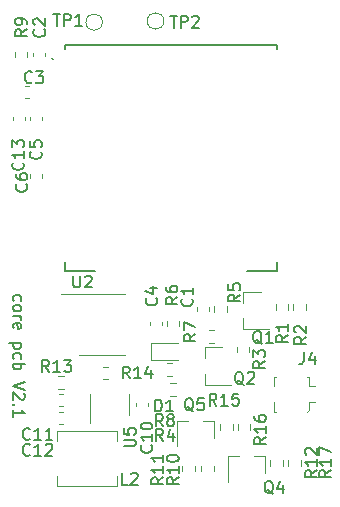
<source format=gbr>
%TF.GenerationSoftware,KiCad,Pcbnew,8.0.1*%
%TF.CreationDate,2024-04-03T20:26:05-05:00*%
%TF.ProjectId,meshtastic-diy,6d657368-7461-4737-9469-632d6469792e,2.1*%
%TF.SameCoordinates,Original*%
%TF.FileFunction,Legend,Top*%
%TF.FilePolarity,Positive*%
%FSLAX46Y46*%
G04 Gerber Fmt 4.6, Leading zero omitted, Abs format (unit mm)*
G04 Created by KiCad (PCBNEW 8.0.1) date 2024-04-03 20:26:05*
%MOMM*%
%LPD*%
G01*
G04 APERTURE LIST*
%ADD10C,0.200000*%
%ADD11C,0.150000*%
%ADD12C,0.120000*%
%ADD13C,0.100000*%
G04 APERTURE END LIST*
D10*
X143295400Y-106683332D02*
X143247780Y-106588094D01*
X143247780Y-106588094D02*
X143247780Y-106397618D01*
X143247780Y-106397618D02*
X143295400Y-106302380D01*
X143295400Y-106302380D02*
X143343019Y-106254761D01*
X143343019Y-106254761D02*
X143438257Y-106207142D01*
X143438257Y-106207142D02*
X143723971Y-106207142D01*
X143723971Y-106207142D02*
X143819209Y-106254761D01*
X143819209Y-106254761D02*
X143866828Y-106302380D01*
X143866828Y-106302380D02*
X143914447Y-106397618D01*
X143914447Y-106397618D02*
X143914447Y-106588094D01*
X143914447Y-106588094D02*
X143866828Y-106683332D01*
X143247780Y-107254761D02*
X143295400Y-107159523D01*
X143295400Y-107159523D02*
X143343019Y-107111904D01*
X143343019Y-107111904D02*
X143438257Y-107064285D01*
X143438257Y-107064285D02*
X143723971Y-107064285D01*
X143723971Y-107064285D02*
X143819209Y-107111904D01*
X143819209Y-107111904D02*
X143866828Y-107159523D01*
X143866828Y-107159523D02*
X143914447Y-107254761D01*
X143914447Y-107254761D02*
X143914447Y-107397618D01*
X143914447Y-107397618D02*
X143866828Y-107492856D01*
X143866828Y-107492856D02*
X143819209Y-107540475D01*
X143819209Y-107540475D02*
X143723971Y-107588094D01*
X143723971Y-107588094D02*
X143438257Y-107588094D01*
X143438257Y-107588094D02*
X143343019Y-107540475D01*
X143343019Y-107540475D02*
X143295400Y-107492856D01*
X143295400Y-107492856D02*
X143247780Y-107397618D01*
X143247780Y-107397618D02*
X143247780Y-107254761D01*
X143247780Y-108016666D02*
X143914447Y-108016666D01*
X143723971Y-108016666D02*
X143819209Y-108064285D01*
X143819209Y-108064285D02*
X143866828Y-108111904D01*
X143866828Y-108111904D02*
X143914447Y-108207142D01*
X143914447Y-108207142D02*
X143914447Y-108302380D01*
X143295400Y-109016666D02*
X143247780Y-108921428D01*
X143247780Y-108921428D02*
X143247780Y-108730952D01*
X143247780Y-108730952D02*
X143295400Y-108635714D01*
X143295400Y-108635714D02*
X143390638Y-108588095D01*
X143390638Y-108588095D02*
X143771590Y-108588095D01*
X143771590Y-108588095D02*
X143866828Y-108635714D01*
X143866828Y-108635714D02*
X143914447Y-108730952D01*
X143914447Y-108730952D02*
X143914447Y-108921428D01*
X143914447Y-108921428D02*
X143866828Y-109016666D01*
X143866828Y-109016666D02*
X143771590Y-109064285D01*
X143771590Y-109064285D02*
X143676352Y-109064285D01*
X143676352Y-109064285D02*
X143581114Y-108588095D01*
X143914447Y-110254762D02*
X142914447Y-110254762D01*
X143866828Y-110254762D02*
X143914447Y-110350000D01*
X143914447Y-110350000D02*
X143914447Y-110540476D01*
X143914447Y-110540476D02*
X143866828Y-110635714D01*
X143866828Y-110635714D02*
X143819209Y-110683333D01*
X143819209Y-110683333D02*
X143723971Y-110730952D01*
X143723971Y-110730952D02*
X143438257Y-110730952D01*
X143438257Y-110730952D02*
X143343019Y-110683333D01*
X143343019Y-110683333D02*
X143295400Y-110635714D01*
X143295400Y-110635714D02*
X143247780Y-110540476D01*
X143247780Y-110540476D02*
X143247780Y-110350000D01*
X143247780Y-110350000D02*
X143295400Y-110254762D01*
X143295400Y-111588095D02*
X143247780Y-111492857D01*
X143247780Y-111492857D02*
X143247780Y-111302381D01*
X143247780Y-111302381D02*
X143295400Y-111207143D01*
X143295400Y-111207143D02*
X143343019Y-111159524D01*
X143343019Y-111159524D02*
X143438257Y-111111905D01*
X143438257Y-111111905D02*
X143723971Y-111111905D01*
X143723971Y-111111905D02*
X143819209Y-111159524D01*
X143819209Y-111159524D02*
X143866828Y-111207143D01*
X143866828Y-111207143D02*
X143914447Y-111302381D01*
X143914447Y-111302381D02*
X143914447Y-111492857D01*
X143914447Y-111492857D02*
X143866828Y-111588095D01*
X143247780Y-112016667D02*
X144247780Y-112016667D01*
X143866828Y-112016667D02*
X143914447Y-112111905D01*
X143914447Y-112111905D02*
X143914447Y-112302381D01*
X143914447Y-112302381D02*
X143866828Y-112397619D01*
X143866828Y-112397619D02*
X143819209Y-112445238D01*
X143819209Y-112445238D02*
X143723971Y-112492857D01*
X143723971Y-112492857D02*
X143438257Y-112492857D01*
X143438257Y-112492857D02*
X143343019Y-112445238D01*
X143343019Y-112445238D02*
X143295400Y-112397619D01*
X143295400Y-112397619D02*
X143247780Y-112302381D01*
X143247780Y-112302381D02*
X143247780Y-112111905D01*
X143247780Y-112111905D02*
X143295400Y-112016667D01*
X144247780Y-113540477D02*
X143247780Y-113873810D01*
X143247780Y-113873810D02*
X144247780Y-114207143D01*
X144152542Y-114492858D02*
X144200161Y-114540477D01*
X144200161Y-114540477D02*
X144247780Y-114635715D01*
X144247780Y-114635715D02*
X144247780Y-114873810D01*
X144247780Y-114873810D02*
X144200161Y-114969048D01*
X144200161Y-114969048D02*
X144152542Y-115016667D01*
X144152542Y-115016667D02*
X144057304Y-115064286D01*
X144057304Y-115064286D02*
X143962066Y-115064286D01*
X143962066Y-115064286D02*
X143819209Y-115016667D01*
X143819209Y-115016667D02*
X143247780Y-114445239D01*
X143247780Y-114445239D02*
X143247780Y-115064286D01*
X143343019Y-115492858D02*
X143295400Y-115540477D01*
X143295400Y-115540477D02*
X143247780Y-115492858D01*
X143247780Y-115492858D02*
X143295400Y-115445239D01*
X143295400Y-115445239D02*
X143343019Y-115492858D01*
X143343019Y-115492858D02*
X143247780Y-115492858D01*
X143247780Y-116492857D02*
X143247780Y-115921429D01*
X143247780Y-116207143D02*
X144247780Y-116207143D01*
X144247780Y-116207143D02*
X144104923Y-116111905D01*
X144104923Y-116111905D02*
X144009685Y-116016667D01*
X144009685Y-116016667D02*
X143962066Y-115921429D01*
D11*
X164304761Y-110350057D02*
X164209523Y-110302438D01*
X164209523Y-110302438D02*
X164114285Y-110207200D01*
X164114285Y-110207200D02*
X163971428Y-110064342D01*
X163971428Y-110064342D02*
X163876190Y-110016723D01*
X163876190Y-110016723D02*
X163780952Y-110016723D01*
X163828571Y-110254819D02*
X163733333Y-110207200D01*
X163733333Y-110207200D02*
X163638095Y-110111961D01*
X163638095Y-110111961D02*
X163590476Y-109921485D01*
X163590476Y-109921485D02*
X163590476Y-109588152D01*
X163590476Y-109588152D02*
X163638095Y-109397676D01*
X163638095Y-109397676D02*
X163733333Y-109302438D01*
X163733333Y-109302438D02*
X163828571Y-109254819D01*
X163828571Y-109254819D02*
X164019047Y-109254819D01*
X164019047Y-109254819D02*
X164114285Y-109302438D01*
X164114285Y-109302438D02*
X164209523Y-109397676D01*
X164209523Y-109397676D02*
X164257142Y-109588152D01*
X164257142Y-109588152D02*
X164257142Y-109921485D01*
X164257142Y-109921485D02*
X164209523Y-110111961D01*
X164209523Y-110111961D02*
X164114285Y-110207200D01*
X164114285Y-110207200D02*
X164019047Y-110254819D01*
X164019047Y-110254819D02*
X163828571Y-110254819D01*
X165209523Y-110254819D02*
X164638095Y-110254819D01*
X164923809Y-110254819D02*
X164923809Y-109254819D01*
X164923809Y-109254819D02*
X164828571Y-109397676D01*
X164828571Y-109397676D02*
X164733333Y-109492914D01*
X164733333Y-109492914D02*
X164638095Y-109540533D01*
X166504819Y-109591666D02*
X166028628Y-109924999D01*
X166504819Y-110163094D02*
X165504819Y-110163094D01*
X165504819Y-110163094D02*
X165504819Y-109782142D01*
X165504819Y-109782142D02*
X165552438Y-109686904D01*
X165552438Y-109686904D02*
X165600057Y-109639285D01*
X165600057Y-109639285D02*
X165695295Y-109591666D01*
X165695295Y-109591666D02*
X165838152Y-109591666D01*
X165838152Y-109591666D02*
X165933390Y-109639285D01*
X165933390Y-109639285D02*
X165981009Y-109686904D01*
X165981009Y-109686904D02*
X166028628Y-109782142D01*
X166028628Y-109782142D02*
X166028628Y-110163094D01*
X166504819Y-108639285D02*
X166504819Y-109210713D01*
X166504819Y-108924999D02*
X165504819Y-108924999D01*
X165504819Y-108924999D02*
X165647676Y-109020237D01*
X165647676Y-109020237D02*
X165742914Y-109115475D01*
X165742914Y-109115475D02*
X165790533Y-109210713D01*
X148338095Y-104554819D02*
X148338095Y-105364342D01*
X148338095Y-105364342D02*
X148385714Y-105459580D01*
X148385714Y-105459580D02*
X148433333Y-105507200D01*
X148433333Y-105507200D02*
X148528571Y-105554819D01*
X148528571Y-105554819D02*
X148719047Y-105554819D01*
X148719047Y-105554819D02*
X148814285Y-105507200D01*
X148814285Y-105507200D02*
X148861904Y-105459580D01*
X148861904Y-105459580D02*
X148909523Y-105364342D01*
X148909523Y-105364342D02*
X148909523Y-104554819D01*
X149338095Y-104650057D02*
X149385714Y-104602438D01*
X149385714Y-104602438D02*
X149480952Y-104554819D01*
X149480952Y-104554819D02*
X149719047Y-104554819D01*
X149719047Y-104554819D02*
X149814285Y-104602438D01*
X149814285Y-104602438D02*
X149861904Y-104650057D01*
X149861904Y-104650057D02*
X149909523Y-104745295D01*
X149909523Y-104745295D02*
X149909523Y-104840533D01*
X149909523Y-104840533D02*
X149861904Y-104983390D01*
X149861904Y-104983390D02*
X149290476Y-105554819D01*
X149290476Y-105554819D02*
X149909523Y-105554819D01*
X155359580Y-106466666D02*
X155407200Y-106514285D01*
X155407200Y-106514285D02*
X155454819Y-106657142D01*
X155454819Y-106657142D02*
X155454819Y-106752380D01*
X155454819Y-106752380D02*
X155407200Y-106895237D01*
X155407200Y-106895237D02*
X155311961Y-106990475D01*
X155311961Y-106990475D02*
X155216723Y-107038094D01*
X155216723Y-107038094D02*
X155026247Y-107085713D01*
X155026247Y-107085713D02*
X154883390Y-107085713D01*
X154883390Y-107085713D02*
X154692914Y-107038094D01*
X154692914Y-107038094D02*
X154597676Y-106990475D01*
X154597676Y-106990475D02*
X154502438Y-106895237D01*
X154502438Y-106895237D02*
X154454819Y-106752380D01*
X154454819Y-106752380D02*
X154454819Y-106657142D01*
X154454819Y-106657142D02*
X154502438Y-106514285D01*
X154502438Y-106514285D02*
X154550057Y-106466666D01*
X154788152Y-105609523D02*
X155454819Y-105609523D01*
X154407200Y-105847618D02*
X155121485Y-106085713D01*
X155121485Y-106085713D02*
X155121485Y-105466666D01*
X152933333Y-122254819D02*
X152457143Y-122254819D01*
X152457143Y-122254819D02*
X152457143Y-121254819D01*
X153219048Y-121350057D02*
X153266667Y-121302438D01*
X153266667Y-121302438D02*
X153361905Y-121254819D01*
X153361905Y-121254819D02*
X153600000Y-121254819D01*
X153600000Y-121254819D02*
X153695238Y-121302438D01*
X153695238Y-121302438D02*
X153742857Y-121350057D01*
X153742857Y-121350057D02*
X153790476Y-121445295D01*
X153790476Y-121445295D02*
X153790476Y-121540533D01*
X153790476Y-121540533D02*
X153742857Y-121683390D01*
X153742857Y-121683390D02*
X153171429Y-122254819D01*
X153171429Y-122254819D02*
X153790476Y-122254819D01*
X145559580Y-94066666D02*
X145607200Y-94114285D01*
X145607200Y-94114285D02*
X145654819Y-94257142D01*
X145654819Y-94257142D02*
X145654819Y-94352380D01*
X145654819Y-94352380D02*
X145607200Y-94495237D01*
X145607200Y-94495237D02*
X145511961Y-94590475D01*
X145511961Y-94590475D02*
X145416723Y-94638094D01*
X145416723Y-94638094D02*
X145226247Y-94685713D01*
X145226247Y-94685713D02*
X145083390Y-94685713D01*
X145083390Y-94685713D02*
X144892914Y-94638094D01*
X144892914Y-94638094D02*
X144797676Y-94590475D01*
X144797676Y-94590475D02*
X144702438Y-94495237D01*
X144702438Y-94495237D02*
X144654819Y-94352380D01*
X144654819Y-94352380D02*
X144654819Y-94257142D01*
X144654819Y-94257142D02*
X144702438Y-94114285D01*
X144702438Y-94114285D02*
X144750057Y-94066666D01*
X144654819Y-93161904D02*
X144654819Y-93638094D01*
X144654819Y-93638094D02*
X145131009Y-93685713D01*
X145131009Y-93685713D02*
X145083390Y-93638094D01*
X145083390Y-93638094D02*
X145035771Y-93542856D01*
X145035771Y-93542856D02*
X145035771Y-93304761D01*
X145035771Y-93304761D02*
X145083390Y-93209523D01*
X145083390Y-93209523D02*
X145131009Y-93161904D01*
X145131009Y-93161904D02*
X145226247Y-93114285D01*
X145226247Y-93114285D02*
X145464342Y-93114285D01*
X145464342Y-93114285D02*
X145559580Y-93161904D01*
X145559580Y-93161904D02*
X145607200Y-93209523D01*
X145607200Y-93209523D02*
X145654819Y-93304761D01*
X145654819Y-93304761D02*
X145654819Y-93542856D01*
X145654819Y-93542856D02*
X145607200Y-93638094D01*
X145607200Y-93638094D02*
X145559580Y-93685713D01*
X162754761Y-113800057D02*
X162659523Y-113752438D01*
X162659523Y-113752438D02*
X162564285Y-113657200D01*
X162564285Y-113657200D02*
X162421428Y-113514342D01*
X162421428Y-113514342D02*
X162326190Y-113466723D01*
X162326190Y-113466723D02*
X162230952Y-113466723D01*
X162278571Y-113704819D02*
X162183333Y-113657200D01*
X162183333Y-113657200D02*
X162088095Y-113561961D01*
X162088095Y-113561961D02*
X162040476Y-113371485D01*
X162040476Y-113371485D02*
X162040476Y-113038152D01*
X162040476Y-113038152D02*
X162088095Y-112847676D01*
X162088095Y-112847676D02*
X162183333Y-112752438D01*
X162183333Y-112752438D02*
X162278571Y-112704819D01*
X162278571Y-112704819D02*
X162469047Y-112704819D01*
X162469047Y-112704819D02*
X162564285Y-112752438D01*
X162564285Y-112752438D02*
X162659523Y-112847676D01*
X162659523Y-112847676D02*
X162707142Y-113038152D01*
X162707142Y-113038152D02*
X162707142Y-113371485D01*
X162707142Y-113371485D02*
X162659523Y-113561961D01*
X162659523Y-113561961D02*
X162564285Y-113657200D01*
X162564285Y-113657200D02*
X162469047Y-113704819D01*
X162469047Y-113704819D02*
X162278571Y-113704819D01*
X163088095Y-112800057D02*
X163135714Y-112752438D01*
X163135714Y-112752438D02*
X163230952Y-112704819D01*
X163230952Y-112704819D02*
X163469047Y-112704819D01*
X163469047Y-112704819D02*
X163564285Y-112752438D01*
X163564285Y-112752438D02*
X163611904Y-112800057D01*
X163611904Y-112800057D02*
X163659523Y-112895295D01*
X163659523Y-112895295D02*
X163659523Y-112990533D01*
X163659523Y-112990533D02*
X163611904Y-113133390D01*
X163611904Y-113133390D02*
X163040476Y-113704819D01*
X163040476Y-113704819D02*
X163659523Y-113704819D01*
X164554819Y-111816666D02*
X164078628Y-112149999D01*
X164554819Y-112388094D02*
X163554819Y-112388094D01*
X163554819Y-112388094D02*
X163554819Y-112007142D01*
X163554819Y-112007142D02*
X163602438Y-111911904D01*
X163602438Y-111911904D02*
X163650057Y-111864285D01*
X163650057Y-111864285D02*
X163745295Y-111816666D01*
X163745295Y-111816666D02*
X163888152Y-111816666D01*
X163888152Y-111816666D02*
X163983390Y-111864285D01*
X163983390Y-111864285D02*
X164031009Y-111911904D01*
X164031009Y-111911904D02*
X164078628Y-112007142D01*
X164078628Y-112007142D02*
X164078628Y-112388094D01*
X163554819Y-111483332D02*
X163554819Y-110864285D01*
X163554819Y-110864285D02*
X163935771Y-111197618D01*
X163935771Y-111197618D02*
X163935771Y-111054761D01*
X163935771Y-111054761D02*
X163983390Y-110959523D01*
X163983390Y-110959523D02*
X164031009Y-110911904D01*
X164031009Y-110911904D02*
X164126247Y-110864285D01*
X164126247Y-110864285D02*
X164364342Y-110864285D01*
X164364342Y-110864285D02*
X164459580Y-110911904D01*
X164459580Y-110911904D02*
X164507200Y-110959523D01*
X164507200Y-110959523D02*
X164554819Y-111054761D01*
X164554819Y-111054761D02*
X164554819Y-111340475D01*
X164554819Y-111340475D02*
X164507200Y-111435713D01*
X164507200Y-111435713D02*
X164459580Y-111483332D01*
X157154819Y-106366666D02*
X156678628Y-106699999D01*
X157154819Y-106938094D02*
X156154819Y-106938094D01*
X156154819Y-106938094D02*
X156154819Y-106557142D01*
X156154819Y-106557142D02*
X156202438Y-106461904D01*
X156202438Y-106461904D02*
X156250057Y-106414285D01*
X156250057Y-106414285D02*
X156345295Y-106366666D01*
X156345295Y-106366666D02*
X156488152Y-106366666D01*
X156488152Y-106366666D02*
X156583390Y-106414285D01*
X156583390Y-106414285D02*
X156631009Y-106461904D01*
X156631009Y-106461904D02*
X156678628Y-106557142D01*
X156678628Y-106557142D02*
X156678628Y-106938094D01*
X156154819Y-105509523D02*
X156154819Y-105699999D01*
X156154819Y-105699999D02*
X156202438Y-105795237D01*
X156202438Y-105795237D02*
X156250057Y-105842856D01*
X156250057Y-105842856D02*
X156392914Y-105938094D01*
X156392914Y-105938094D02*
X156583390Y-105985713D01*
X156583390Y-105985713D02*
X156964342Y-105985713D01*
X156964342Y-105985713D02*
X157059580Y-105938094D01*
X157059580Y-105938094D02*
X157107200Y-105890475D01*
X157107200Y-105890475D02*
X157154819Y-105795237D01*
X157154819Y-105795237D02*
X157154819Y-105604761D01*
X157154819Y-105604761D02*
X157107200Y-105509523D01*
X157107200Y-105509523D02*
X157059580Y-105461904D01*
X157059580Y-105461904D02*
X156964342Y-105414285D01*
X156964342Y-105414285D02*
X156726247Y-105414285D01*
X156726247Y-105414285D02*
X156631009Y-105461904D01*
X156631009Y-105461904D02*
X156583390Y-105509523D01*
X156583390Y-105509523D02*
X156535771Y-105604761D01*
X156535771Y-105604761D02*
X156535771Y-105795237D01*
X156535771Y-105795237D02*
X156583390Y-105890475D01*
X156583390Y-105890475D02*
X156631009Y-105938094D01*
X156631009Y-105938094D02*
X156726247Y-105985713D01*
X168054819Y-109741666D02*
X167578628Y-110074999D01*
X168054819Y-110313094D02*
X167054819Y-110313094D01*
X167054819Y-110313094D02*
X167054819Y-109932142D01*
X167054819Y-109932142D02*
X167102438Y-109836904D01*
X167102438Y-109836904D02*
X167150057Y-109789285D01*
X167150057Y-109789285D02*
X167245295Y-109741666D01*
X167245295Y-109741666D02*
X167388152Y-109741666D01*
X167388152Y-109741666D02*
X167483390Y-109789285D01*
X167483390Y-109789285D02*
X167531009Y-109836904D01*
X167531009Y-109836904D02*
X167578628Y-109932142D01*
X167578628Y-109932142D02*
X167578628Y-110313094D01*
X167150057Y-109360713D02*
X167102438Y-109313094D01*
X167102438Y-109313094D02*
X167054819Y-109217856D01*
X167054819Y-109217856D02*
X167054819Y-108979761D01*
X167054819Y-108979761D02*
X167102438Y-108884523D01*
X167102438Y-108884523D02*
X167150057Y-108836904D01*
X167150057Y-108836904D02*
X167245295Y-108789285D01*
X167245295Y-108789285D02*
X167340533Y-108789285D01*
X167340533Y-108789285D02*
X167483390Y-108836904D01*
X167483390Y-108836904D02*
X168054819Y-109408332D01*
X168054819Y-109408332D02*
X168054819Y-108789285D01*
X155261905Y-116054819D02*
X155261905Y-115054819D01*
X155261905Y-115054819D02*
X155500000Y-115054819D01*
X155500000Y-115054819D02*
X155642857Y-115102438D01*
X155642857Y-115102438D02*
X155738095Y-115197676D01*
X155738095Y-115197676D02*
X155785714Y-115292914D01*
X155785714Y-115292914D02*
X155833333Y-115483390D01*
X155833333Y-115483390D02*
X155833333Y-115626247D01*
X155833333Y-115626247D02*
X155785714Y-115816723D01*
X155785714Y-115816723D02*
X155738095Y-115911961D01*
X155738095Y-115911961D02*
X155642857Y-116007200D01*
X155642857Y-116007200D02*
X155500000Y-116054819D01*
X155500000Y-116054819D02*
X155261905Y-116054819D01*
X156785714Y-116054819D02*
X156214286Y-116054819D01*
X156500000Y-116054819D02*
X156500000Y-115054819D01*
X156500000Y-115054819D02*
X156404762Y-115197676D01*
X156404762Y-115197676D02*
X156309524Y-115292914D01*
X156309524Y-115292914D02*
X156214286Y-115340533D01*
X153107142Y-113254819D02*
X152773809Y-112778628D01*
X152535714Y-113254819D02*
X152535714Y-112254819D01*
X152535714Y-112254819D02*
X152916666Y-112254819D01*
X152916666Y-112254819D02*
X153011904Y-112302438D01*
X153011904Y-112302438D02*
X153059523Y-112350057D01*
X153059523Y-112350057D02*
X153107142Y-112445295D01*
X153107142Y-112445295D02*
X153107142Y-112588152D01*
X153107142Y-112588152D02*
X153059523Y-112683390D01*
X153059523Y-112683390D02*
X153011904Y-112731009D01*
X153011904Y-112731009D02*
X152916666Y-112778628D01*
X152916666Y-112778628D02*
X152535714Y-112778628D01*
X154059523Y-113254819D02*
X153488095Y-113254819D01*
X153773809Y-113254819D02*
X153773809Y-112254819D01*
X153773809Y-112254819D02*
X153678571Y-112397676D01*
X153678571Y-112397676D02*
X153583333Y-112492914D01*
X153583333Y-112492914D02*
X153488095Y-112540533D01*
X154916666Y-112588152D02*
X154916666Y-113254819D01*
X154678571Y-112207200D02*
X154440476Y-112921485D01*
X154440476Y-112921485D02*
X155059523Y-112921485D01*
X155908333Y-117304819D02*
X155575000Y-116828628D01*
X155336905Y-117304819D02*
X155336905Y-116304819D01*
X155336905Y-116304819D02*
X155717857Y-116304819D01*
X155717857Y-116304819D02*
X155813095Y-116352438D01*
X155813095Y-116352438D02*
X155860714Y-116400057D01*
X155860714Y-116400057D02*
X155908333Y-116495295D01*
X155908333Y-116495295D02*
X155908333Y-116638152D01*
X155908333Y-116638152D02*
X155860714Y-116733390D01*
X155860714Y-116733390D02*
X155813095Y-116781009D01*
X155813095Y-116781009D02*
X155717857Y-116828628D01*
X155717857Y-116828628D02*
X155336905Y-116828628D01*
X156479762Y-116733390D02*
X156384524Y-116685771D01*
X156384524Y-116685771D02*
X156336905Y-116638152D01*
X156336905Y-116638152D02*
X156289286Y-116542914D01*
X156289286Y-116542914D02*
X156289286Y-116495295D01*
X156289286Y-116495295D02*
X156336905Y-116400057D01*
X156336905Y-116400057D02*
X156384524Y-116352438D01*
X156384524Y-116352438D02*
X156479762Y-116304819D01*
X156479762Y-116304819D02*
X156670238Y-116304819D01*
X156670238Y-116304819D02*
X156765476Y-116352438D01*
X156765476Y-116352438D02*
X156813095Y-116400057D01*
X156813095Y-116400057D02*
X156860714Y-116495295D01*
X156860714Y-116495295D02*
X156860714Y-116542914D01*
X156860714Y-116542914D02*
X156813095Y-116638152D01*
X156813095Y-116638152D02*
X156765476Y-116685771D01*
X156765476Y-116685771D02*
X156670238Y-116733390D01*
X156670238Y-116733390D02*
X156479762Y-116733390D01*
X156479762Y-116733390D02*
X156384524Y-116781009D01*
X156384524Y-116781009D02*
X156336905Y-116828628D01*
X156336905Y-116828628D02*
X156289286Y-116923866D01*
X156289286Y-116923866D02*
X156289286Y-117114342D01*
X156289286Y-117114342D02*
X156336905Y-117209580D01*
X156336905Y-117209580D02*
X156384524Y-117257200D01*
X156384524Y-117257200D02*
X156479762Y-117304819D01*
X156479762Y-117304819D02*
X156670238Y-117304819D01*
X156670238Y-117304819D02*
X156765476Y-117257200D01*
X156765476Y-117257200D02*
X156813095Y-117209580D01*
X156813095Y-117209580D02*
X156860714Y-117114342D01*
X156860714Y-117114342D02*
X156860714Y-116923866D01*
X156860714Y-116923866D02*
X156813095Y-116828628D01*
X156813095Y-116828628D02*
X156765476Y-116781009D01*
X156765476Y-116781009D02*
X156670238Y-116733390D01*
X154934580Y-118917857D02*
X154982200Y-118965476D01*
X154982200Y-118965476D02*
X155029819Y-119108333D01*
X155029819Y-119108333D02*
X155029819Y-119203571D01*
X155029819Y-119203571D02*
X154982200Y-119346428D01*
X154982200Y-119346428D02*
X154886961Y-119441666D01*
X154886961Y-119441666D02*
X154791723Y-119489285D01*
X154791723Y-119489285D02*
X154601247Y-119536904D01*
X154601247Y-119536904D02*
X154458390Y-119536904D01*
X154458390Y-119536904D02*
X154267914Y-119489285D01*
X154267914Y-119489285D02*
X154172676Y-119441666D01*
X154172676Y-119441666D02*
X154077438Y-119346428D01*
X154077438Y-119346428D02*
X154029819Y-119203571D01*
X154029819Y-119203571D02*
X154029819Y-119108333D01*
X154029819Y-119108333D02*
X154077438Y-118965476D01*
X154077438Y-118965476D02*
X154125057Y-118917857D01*
X155029819Y-117965476D02*
X155029819Y-118536904D01*
X155029819Y-118251190D02*
X154029819Y-118251190D01*
X154029819Y-118251190D02*
X154172676Y-118346428D01*
X154172676Y-118346428D02*
X154267914Y-118441666D01*
X154267914Y-118441666D02*
X154315533Y-118536904D01*
X154029819Y-117346428D02*
X154029819Y-117251190D01*
X154029819Y-117251190D02*
X154077438Y-117155952D01*
X154077438Y-117155952D02*
X154125057Y-117108333D01*
X154125057Y-117108333D02*
X154220295Y-117060714D01*
X154220295Y-117060714D02*
X154410771Y-117013095D01*
X154410771Y-117013095D02*
X154648866Y-117013095D01*
X154648866Y-117013095D02*
X154839342Y-117060714D01*
X154839342Y-117060714D02*
X154934580Y-117108333D01*
X154934580Y-117108333D02*
X154982200Y-117155952D01*
X154982200Y-117155952D02*
X155029819Y-117251190D01*
X155029819Y-117251190D02*
X155029819Y-117346428D01*
X155029819Y-117346428D02*
X154982200Y-117441666D01*
X154982200Y-117441666D02*
X154934580Y-117489285D01*
X154934580Y-117489285D02*
X154839342Y-117536904D01*
X154839342Y-117536904D02*
X154648866Y-117584523D01*
X154648866Y-117584523D02*
X154410771Y-117584523D01*
X154410771Y-117584523D02*
X154220295Y-117536904D01*
X154220295Y-117536904D02*
X154125057Y-117489285D01*
X154125057Y-117489285D02*
X154077438Y-117441666D01*
X154077438Y-117441666D02*
X154029819Y-117346428D01*
X144359580Y-96816666D02*
X144407200Y-96864285D01*
X144407200Y-96864285D02*
X144454819Y-97007142D01*
X144454819Y-97007142D02*
X144454819Y-97102380D01*
X144454819Y-97102380D02*
X144407200Y-97245237D01*
X144407200Y-97245237D02*
X144311961Y-97340475D01*
X144311961Y-97340475D02*
X144216723Y-97388094D01*
X144216723Y-97388094D02*
X144026247Y-97435713D01*
X144026247Y-97435713D02*
X143883390Y-97435713D01*
X143883390Y-97435713D02*
X143692914Y-97388094D01*
X143692914Y-97388094D02*
X143597676Y-97340475D01*
X143597676Y-97340475D02*
X143502438Y-97245237D01*
X143502438Y-97245237D02*
X143454819Y-97102380D01*
X143454819Y-97102380D02*
X143454819Y-97007142D01*
X143454819Y-97007142D02*
X143502438Y-96864285D01*
X143502438Y-96864285D02*
X143550057Y-96816666D01*
X143454819Y-95959523D02*
X143454819Y-96149999D01*
X143454819Y-96149999D02*
X143502438Y-96245237D01*
X143502438Y-96245237D02*
X143550057Y-96292856D01*
X143550057Y-96292856D02*
X143692914Y-96388094D01*
X143692914Y-96388094D02*
X143883390Y-96435713D01*
X143883390Y-96435713D02*
X144264342Y-96435713D01*
X144264342Y-96435713D02*
X144359580Y-96388094D01*
X144359580Y-96388094D02*
X144407200Y-96340475D01*
X144407200Y-96340475D02*
X144454819Y-96245237D01*
X144454819Y-96245237D02*
X144454819Y-96054761D01*
X144454819Y-96054761D02*
X144407200Y-95959523D01*
X144407200Y-95959523D02*
X144359580Y-95911904D01*
X144359580Y-95911904D02*
X144264342Y-95864285D01*
X144264342Y-95864285D02*
X144026247Y-95864285D01*
X144026247Y-95864285D02*
X143931009Y-95911904D01*
X143931009Y-95911904D02*
X143883390Y-95959523D01*
X143883390Y-95959523D02*
X143835771Y-96054761D01*
X143835771Y-96054761D02*
X143835771Y-96245237D01*
X143835771Y-96245237D02*
X143883390Y-96340475D01*
X143883390Y-96340475D02*
X143931009Y-96388094D01*
X143931009Y-96388094D02*
X144026247Y-96435713D01*
X144404819Y-83716666D02*
X143928628Y-84049999D01*
X144404819Y-84288094D02*
X143404819Y-84288094D01*
X143404819Y-84288094D02*
X143404819Y-83907142D01*
X143404819Y-83907142D02*
X143452438Y-83811904D01*
X143452438Y-83811904D02*
X143500057Y-83764285D01*
X143500057Y-83764285D02*
X143595295Y-83716666D01*
X143595295Y-83716666D02*
X143738152Y-83716666D01*
X143738152Y-83716666D02*
X143833390Y-83764285D01*
X143833390Y-83764285D02*
X143881009Y-83811904D01*
X143881009Y-83811904D02*
X143928628Y-83907142D01*
X143928628Y-83907142D02*
X143928628Y-84288094D01*
X144404819Y-83240475D02*
X144404819Y-83049999D01*
X144404819Y-83049999D02*
X144357200Y-82954761D01*
X144357200Y-82954761D02*
X144309580Y-82907142D01*
X144309580Y-82907142D02*
X144166723Y-82811904D01*
X144166723Y-82811904D02*
X143976247Y-82764285D01*
X143976247Y-82764285D02*
X143595295Y-82764285D01*
X143595295Y-82764285D02*
X143500057Y-82811904D01*
X143500057Y-82811904D02*
X143452438Y-82859523D01*
X143452438Y-82859523D02*
X143404819Y-82954761D01*
X143404819Y-82954761D02*
X143404819Y-83145237D01*
X143404819Y-83145237D02*
X143452438Y-83240475D01*
X143452438Y-83240475D02*
X143500057Y-83288094D01*
X143500057Y-83288094D02*
X143595295Y-83335713D01*
X143595295Y-83335713D02*
X143833390Y-83335713D01*
X143833390Y-83335713D02*
X143928628Y-83288094D01*
X143928628Y-83288094D02*
X143976247Y-83240475D01*
X143976247Y-83240475D02*
X144023866Y-83145237D01*
X144023866Y-83145237D02*
X144023866Y-82954761D01*
X144023866Y-82954761D02*
X143976247Y-82859523D01*
X143976247Y-82859523D02*
X143928628Y-82811904D01*
X143928628Y-82811904D02*
X143833390Y-82764285D01*
X144657142Y-119709580D02*
X144609523Y-119757200D01*
X144609523Y-119757200D02*
X144466666Y-119804819D01*
X144466666Y-119804819D02*
X144371428Y-119804819D01*
X144371428Y-119804819D02*
X144228571Y-119757200D01*
X144228571Y-119757200D02*
X144133333Y-119661961D01*
X144133333Y-119661961D02*
X144085714Y-119566723D01*
X144085714Y-119566723D02*
X144038095Y-119376247D01*
X144038095Y-119376247D02*
X144038095Y-119233390D01*
X144038095Y-119233390D02*
X144085714Y-119042914D01*
X144085714Y-119042914D02*
X144133333Y-118947676D01*
X144133333Y-118947676D02*
X144228571Y-118852438D01*
X144228571Y-118852438D02*
X144371428Y-118804819D01*
X144371428Y-118804819D02*
X144466666Y-118804819D01*
X144466666Y-118804819D02*
X144609523Y-118852438D01*
X144609523Y-118852438D02*
X144657142Y-118900057D01*
X145609523Y-119804819D02*
X145038095Y-119804819D01*
X145323809Y-119804819D02*
X145323809Y-118804819D01*
X145323809Y-118804819D02*
X145228571Y-118947676D01*
X145228571Y-118947676D02*
X145133333Y-119042914D01*
X145133333Y-119042914D02*
X145038095Y-119090533D01*
X145990476Y-118900057D02*
X146038095Y-118852438D01*
X146038095Y-118852438D02*
X146133333Y-118804819D01*
X146133333Y-118804819D02*
X146371428Y-118804819D01*
X146371428Y-118804819D02*
X146466666Y-118852438D01*
X146466666Y-118852438D02*
X146514285Y-118900057D01*
X146514285Y-118900057D02*
X146561904Y-118995295D01*
X146561904Y-118995295D02*
X146561904Y-119090533D01*
X146561904Y-119090533D02*
X146514285Y-119233390D01*
X146514285Y-119233390D02*
X145942857Y-119804819D01*
X145942857Y-119804819D02*
X146561904Y-119804819D01*
X158359580Y-106516666D02*
X158407200Y-106564285D01*
X158407200Y-106564285D02*
X158454819Y-106707142D01*
X158454819Y-106707142D02*
X158454819Y-106802380D01*
X158454819Y-106802380D02*
X158407200Y-106945237D01*
X158407200Y-106945237D02*
X158311961Y-107040475D01*
X158311961Y-107040475D02*
X158216723Y-107088094D01*
X158216723Y-107088094D02*
X158026247Y-107135713D01*
X158026247Y-107135713D02*
X157883390Y-107135713D01*
X157883390Y-107135713D02*
X157692914Y-107088094D01*
X157692914Y-107088094D02*
X157597676Y-107040475D01*
X157597676Y-107040475D02*
X157502438Y-106945237D01*
X157502438Y-106945237D02*
X157454819Y-106802380D01*
X157454819Y-106802380D02*
X157454819Y-106707142D01*
X157454819Y-106707142D02*
X157502438Y-106564285D01*
X157502438Y-106564285D02*
X157550057Y-106516666D01*
X158454819Y-105564285D02*
X158454819Y-106135713D01*
X158454819Y-105849999D02*
X157454819Y-105849999D01*
X157454819Y-105849999D02*
X157597676Y-105945237D01*
X157597676Y-105945237D02*
X157692914Y-106040475D01*
X157692914Y-106040475D02*
X157740533Y-106135713D01*
X155933333Y-118554819D02*
X155600000Y-118078628D01*
X155361905Y-118554819D02*
X155361905Y-117554819D01*
X155361905Y-117554819D02*
X155742857Y-117554819D01*
X155742857Y-117554819D02*
X155838095Y-117602438D01*
X155838095Y-117602438D02*
X155885714Y-117650057D01*
X155885714Y-117650057D02*
X155933333Y-117745295D01*
X155933333Y-117745295D02*
X155933333Y-117888152D01*
X155933333Y-117888152D02*
X155885714Y-117983390D01*
X155885714Y-117983390D02*
X155838095Y-118031009D01*
X155838095Y-118031009D02*
X155742857Y-118078628D01*
X155742857Y-118078628D02*
X155361905Y-118078628D01*
X156790476Y-117888152D02*
X156790476Y-118554819D01*
X156552381Y-117507200D02*
X156314286Y-118221485D01*
X156314286Y-118221485D02*
X156933333Y-118221485D01*
X144059580Y-94992857D02*
X144107200Y-95040476D01*
X144107200Y-95040476D02*
X144154819Y-95183333D01*
X144154819Y-95183333D02*
X144154819Y-95278571D01*
X144154819Y-95278571D02*
X144107200Y-95421428D01*
X144107200Y-95421428D02*
X144011961Y-95516666D01*
X144011961Y-95516666D02*
X143916723Y-95564285D01*
X143916723Y-95564285D02*
X143726247Y-95611904D01*
X143726247Y-95611904D02*
X143583390Y-95611904D01*
X143583390Y-95611904D02*
X143392914Y-95564285D01*
X143392914Y-95564285D02*
X143297676Y-95516666D01*
X143297676Y-95516666D02*
X143202438Y-95421428D01*
X143202438Y-95421428D02*
X143154819Y-95278571D01*
X143154819Y-95278571D02*
X143154819Y-95183333D01*
X143154819Y-95183333D02*
X143202438Y-95040476D01*
X143202438Y-95040476D02*
X143250057Y-94992857D01*
X144154819Y-94040476D02*
X144154819Y-94611904D01*
X144154819Y-94326190D02*
X143154819Y-94326190D01*
X143154819Y-94326190D02*
X143297676Y-94421428D01*
X143297676Y-94421428D02*
X143392914Y-94516666D01*
X143392914Y-94516666D02*
X143440533Y-94611904D01*
X143154819Y-93707142D02*
X143154819Y-93088095D01*
X143154819Y-93088095D02*
X143535771Y-93421428D01*
X143535771Y-93421428D02*
X143535771Y-93278571D01*
X143535771Y-93278571D02*
X143583390Y-93183333D01*
X143583390Y-93183333D02*
X143631009Y-93135714D01*
X143631009Y-93135714D02*
X143726247Y-93088095D01*
X143726247Y-93088095D02*
X143964342Y-93088095D01*
X143964342Y-93088095D02*
X144059580Y-93135714D01*
X144059580Y-93135714D02*
X144107200Y-93183333D01*
X144107200Y-93183333D02*
X144154819Y-93278571D01*
X144154819Y-93278571D02*
X144154819Y-93564285D01*
X144154819Y-93564285D02*
X144107200Y-93659523D01*
X144107200Y-93659523D02*
X144059580Y-93707142D01*
X145859580Y-83716666D02*
X145907200Y-83764285D01*
X145907200Y-83764285D02*
X145954819Y-83907142D01*
X145954819Y-83907142D02*
X145954819Y-84002380D01*
X145954819Y-84002380D02*
X145907200Y-84145237D01*
X145907200Y-84145237D02*
X145811961Y-84240475D01*
X145811961Y-84240475D02*
X145716723Y-84288094D01*
X145716723Y-84288094D02*
X145526247Y-84335713D01*
X145526247Y-84335713D02*
X145383390Y-84335713D01*
X145383390Y-84335713D02*
X145192914Y-84288094D01*
X145192914Y-84288094D02*
X145097676Y-84240475D01*
X145097676Y-84240475D02*
X145002438Y-84145237D01*
X145002438Y-84145237D02*
X144954819Y-84002380D01*
X144954819Y-84002380D02*
X144954819Y-83907142D01*
X144954819Y-83907142D02*
X145002438Y-83764285D01*
X145002438Y-83764285D02*
X145050057Y-83716666D01*
X145050057Y-83335713D02*
X145002438Y-83288094D01*
X145002438Y-83288094D02*
X144954819Y-83192856D01*
X144954819Y-83192856D02*
X144954819Y-82954761D01*
X144954819Y-82954761D02*
X145002438Y-82859523D01*
X145002438Y-82859523D02*
X145050057Y-82811904D01*
X145050057Y-82811904D02*
X145145295Y-82764285D01*
X145145295Y-82764285D02*
X145240533Y-82764285D01*
X145240533Y-82764285D02*
X145383390Y-82811904D01*
X145383390Y-82811904D02*
X145954819Y-83383332D01*
X145954819Y-83383332D02*
X145954819Y-82764285D01*
X144833333Y-88159580D02*
X144785714Y-88207200D01*
X144785714Y-88207200D02*
X144642857Y-88254819D01*
X144642857Y-88254819D02*
X144547619Y-88254819D01*
X144547619Y-88254819D02*
X144404762Y-88207200D01*
X144404762Y-88207200D02*
X144309524Y-88111961D01*
X144309524Y-88111961D02*
X144261905Y-88016723D01*
X144261905Y-88016723D02*
X144214286Y-87826247D01*
X144214286Y-87826247D02*
X144214286Y-87683390D01*
X144214286Y-87683390D02*
X144261905Y-87492914D01*
X144261905Y-87492914D02*
X144309524Y-87397676D01*
X144309524Y-87397676D02*
X144404762Y-87302438D01*
X144404762Y-87302438D02*
X144547619Y-87254819D01*
X144547619Y-87254819D02*
X144642857Y-87254819D01*
X144642857Y-87254819D02*
X144785714Y-87302438D01*
X144785714Y-87302438D02*
X144833333Y-87350057D01*
X145166667Y-87254819D02*
X145785714Y-87254819D01*
X145785714Y-87254819D02*
X145452381Y-87635771D01*
X145452381Y-87635771D02*
X145595238Y-87635771D01*
X145595238Y-87635771D02*
X145690476Y-87683390D01*
X145690476Y-87683390D02*
X145738095Y-87731009D01*
X145738095Y-87731009D02*
X145785714Y-87826247D01*
X145785714Y-87826247D02*
X145785714Y-88064342D01*
X145785714Y-88064342D02*
X145738095Y-88159580D01*
X145738095Y-88159580D02*
X145690476Y-88207200D01*
X145690476Y-88207200D02*
X145595238Y-88254819D01*
X145595238Y-88254819D02*
X145309524Y-88254819D01*
X145309524Y-88254819D02*
X145214286Y-88207200D01*
X145214286Y-88207200D02*
X145166667Y-88159580D01*
X167866666Y-111054819D02*
X167866666Y-111769104D01*
X167866666Y-111769104D02*
X167819047Y-111911961D01*
X167819047Y-111911961D02*
X167723809Y-112007200D01*
X167723809Y-112007200D02*
X167580952Y-112054819D01*
X167580952Y-112054819D02*
X167485714Y-112054819D01*
X168771428Y-111388152D02*
X168771428Y-112054819D01*
X168533333Y-111007200D02*
X168295238Y-111721485D01*
X168295238Y-111721485D02*
X168914285Y-111721485D01*
X165254761Y-123050057D02*
X165159523Y-123002438D01*
X165159523Y-123002438D02*
X165064285Y-122907200D01*
X165064285Y-122907200D02*
X164921428Y-122764342D01*
X164921428Y-122764342D02*
X164826190Y-122716723D01*
X164826190Y-122716723D02*
X164730952Y-122716723D01*
X164778571Y-122954819D02*
X164683333Y-122907200D01*
X164683333Y-122907200D02*
X164588095Y-122811961D01*
X164588095Y-122811961D02*
X164540476Y-122621485D01*
X164540476Y-122621485D02*
X164540476Y-122288152D01*
X164540476Y-122288152D02*
X164588095Y-122097676D01*
X164588095Y-122097676D02*
X164683333Y-122002438D01*
X164683333Y-122002438D02*
X164778571Y-121954819D01*
X164778571Y-121954819D02*
X164969047Y-121954819D01*
X164969047Y-121954819D02*
X165064285Y-122002438D01*
X165064285Y-122002438D02*
X165159523Y-122097676D01*
X165159523Y-122097676D02*
X165207142Y-122288152D01*
X165207142Y-122288152D02*
X165207142Y-122621485D01*
X165207142Y-122621485D02*
X165159523Y-122811961D01*
X165159523Y-122811961D02*
X165064285Y-122907200D01*
X165064285Y-122907200D02*
X164969047Y-122954819D01*
X164969047Y-122954819D02*
X164778571Y-122954819D01*
X166064285Y-122288152D02*
X166064285Y-122954819D01*
X165826190Y-121907200D02*
X165588095Y-122621485D01*
X165588095Y-122621485D02*
X166207142Y-122621485D01*
X164654819Y-118242857D02*
X164178628Y-118576190D01*
X164654819Y-118814285D02*
X163654819Y-118814285D01*
X163654819Y-118814285D02*
X163654819Y-118433333D01*
X163654819Y-118433333D02*
X163702438Y-118338095D01*
X163702438Y-118338095D02*
X163750057Y-118290476D01*
X163750057Y-118290476D02*
X163845295Y-118242857D01*
X163845295Y-118242857D02*
X163988152Y-118242857D01*
X163988152Y-118242857D02*
X164083390Y-118290476D01*
X164083390Y-118290476D02*
X164131009Y-118338095D01*
X164131009Y-118338095D02*
X164178628Y-118433333D01*
X164178628Y-118433333D02*
X164178628Y-118814285D01*
X164654819Y-117290476D02*
X164654819Y-117861904D01*
X164654819Y-117576190D02*
X163654819Y-117576190D01*
X163654819Y-117576190D02*
X163797676Y-117671428D01*
X163797676Y-117671428D02*
X163892914Y-117766666D01*
X163892914Y-117766666D02*
X163940533Y-117861904D01*
X163654819Y-116433333D02*
X163654819Y-116623809D01*
X163654819Y-116623809D02*
X163702438Y-116719047D01*
X163702438Y-116719047D02*
X163750057Y-116766666D01*
X163750057Y-116766666D02*
X163892914Y-116861904D01*
X163892914Y-116861904D02*
X164083390Y-116909523D01*
X164083390Y-116909523D02*
X164464342Y-116909523D01*
X164464342Y-116909523D02*
X164559580Y-116861904D01*
X164559580Y-116861904D02*
X164607200Y-116814285D01*
X164607200Y-116814285D02*
X164654819Y-116719047D01*
X164654819Y-116719047D02*
X164654819Y-116528571D01*
X164654819Y-116528571D02*
X164607200Y-116433333D01*
X164607200Y-116433333D02*
X164559580Y-116385714D01*
X164559580Y-116385714D02*
X164464342Y-116338095D01*
X164464342Y-116338095D02*
X164226247Y-116338095D01*
X164226247Y-116338095D02*
X164131009Y-116385714D01*
X164131009Y-116385714D02*
X164083390Y-116433333D01*
X164083390Y-116433333D02*
X164035771Y-116528571D01*
X164035771Y-116528571D02*
X164035771Y-116719047D01*
X164035771Y-116719047D02*
X164083390Y-116814285D01*
X164083390Y-116814285D02*
X164131009Y-116861904D01*
X164131009Y-116861904D02*
X164226247Y-116909523D01*
X144657142Y-118359580D02*
X144609523Y-118407200D01*
X144609523Y-118407200D02*
X144466666Y-118454819D01*
X144466666Y-118454819D02*
X144371428Y-118454819D01*
X144371428Y-118454819D02*
X144228571Y-118407200D01*
X144228571Y-118407200D02*
X144133333Y-118311961D01*
X144133333Y-118311961D02*
X144085714Y-118216723D01*
X144085714Y-118216723D02*
X144038095Y-118026247D01*
X144038095Y-118026247D02*
X144038095Y-117883390D01*
X144038095Y-117883390D02*
X144085714Y-117692914D01*
X144085714Y-117692914D02*
X144133333Y-117597676D01*
X144133333Y-117597676D02*
X144228571Y-117502438D01*
X144228571Y-117502438D02*
X144371428Y-117454819D01*
X144371428Y-117454819D02*
X144466666Y-117454819D01*
X144466666Y-117454819D02*
X144609523Y-117502438D01*
X144609523Y-117502438D02*
X144657142Y-117550057D01*
X145609523Y-118454819D02*
X145038095Y-118454819D01*
X145323809Y-118454819D02*
X145323809Y-117454819D01*
X145323809Y-117454819D02*
X145228571Y-117597676D01*
X145228571Y-117597676D02*
X145133333Y-117692914D01*
X145133333Y-117692914D02*
X145038095Y-117740533D01*
X146561904Y-118454819D02*
X145990476Y-118454819D01*
X146276190Y-118454819D02*
X146276190Y-117454819D01*
X146276190Y-117454819D02*
X146180952Y-117597676D01*
X146180952Y-117597676D02*
X146085714Y-117692914D01*
X146085714Y-117692914D02*
X145990476Y-117740533D01*
X158679819Y-109516666D02*
X158203628Y-109849999D01*
X158679819Y-110088094D02*
X157679819Y-110088094D01*
X157679819Y-110088094D02*
X157679819Y-109707142D01*
X157679819Y-109707142D02*
X157727438Y-109611904D01*
X157727438Y-109611904D02*
X157775057Y-109564285D01*
X157775057Y-109564285D02*
X157870295Y-109516666D01*
X157870295Y-109516666D02*
X158013152Y-109516666D01*
X158013152Y-109516666D02*
X158108390Y-109564285D01*
X158108390Y-109564285D02*
X158156009Y-109611904D01*
X158156009Y-109611904D02*
X158203628Y-109707142D01*
X158203628Y-109707142D02*
X158203628Y-110088094D01*
X157679819Y-109183332D02*
X157679819Y-108516666D01*
X157679819Y-108516666D02*
X158679819Y-108945237D01*
X162454819Y-106166666D02*
X161978628Y-106499999D01*
X162454819Y-106738094D02*
X161454819Y-106738094D01*
X161454819Y-106738094D02*
X161454819Y-106357142D01*
X161454819Y-106357142D02*
X161502438Y-106261904D01*
X161502438Y-106261904D02*
X161550057Y-106214285D01*
X161550057Y-106214285D02*
X161645295Y-106166666D01*
X161645295Y-106166666D02*
X161788152Y-106166666D01*
X161788152Y-106166666D02*
X161883390Y-106214285D01*
X161883390Y-106214285D02*
X161931009Y-106261904D01*
X161931009Y-106261904D02*
X161978628Y-106357142D01*
X161978628Y-106357142D02*
X161978628Y-106738094D01*
X161454819Y-105261904D02*
X161454819Y-105738094D01*
X161454819Y-105738094D02*
X161931009Y-105785713D01*
X161931009Y-105785713D02*
X161883390Y-105738094D01*
X161883390Y-105738094D02*
X161835771Y-105642856D01*
X161835771Y-105642856D02*
X161835771Y-105404761D01*
X161835771Y-105404761D02*
X161883390Y-105309523D01*
X161883390Y-105309523D02*
X161931009Y-105261904D01*
X161931009Y-105261904D02*
X162026247Y-105214285D01*
X162026247Y-105214285D02*
X162264342Y-105214285D01*
X162264342Y-105214285D02*
X162359580Y-105261904D01*
X162359580Y-105261904D02*
X162407200Y-105309523D01*
X162407200Y-105309523D02*
X162454819Y-105404761D01*
X162454819Y-105404761D02*
X162454819Y-105642856D01*
X162454819Y-105642856D02*
X162407200Y-105738094D01*
X162407200Y-105738094D02*
X162359580Y-105785713D01*
X146638095Y-82404819D02*
X147209523Y-82404819D01*
X146923809Y-83404819D02*
X146923809Y-82404819D01*
X147542857Y-83404819D02*
X147542857Y-82404819D01*
X147542857Y-82404819D02*
X147923809Y-82404819D01*
X147923809Y-82404819D02*
X148019047Y-82452438D01*
X148019047Y-82452438D02*
X148066666Y-82500057D01*
X148066666Y-82500057D02*
X148114285Y-82595295D01*
X148114285Y-82595295D02*
X148114285Y-82738152D01*
X148114285Y-82738152D02*
X148066666Y-82833390D01*
X148066666Y-82833390D02*
X148019047Y-82881009D01*
X148019047Y-82881009D02*
X147923809Y-82928628D01*
X147923809Y-82928628D02*
X147542857Y-82928628D01*
X149066666Y-83404819D02*
X148495238Y-83404819D01*
X148780952Y-83404819D02*
X148780952Y-82404819D01*
X148780952Y-82404819D02*
X148685714Y-82547676D01*
X148685714Y-82547676D02*
X148590476Y-82642914D01*
X148590476Y-82642914D02*
X148495238Y-82690533D01*
X146257142Y-112704819D02*
X145923809Y-112228628D01*
X145685714Y-112704819D02*
X145685714Y-111704819D01*
X145685714Y-111704819D02*
X146066666Y-111704819D01*
X146066666Y-111704819D02*
X146161904Y-111752438D01*
X146161904Y-111752438D02*
X146209523Y-111800057D01*
X146209523Y-111800057D02*
X146257142Y-111895295D01*
X146257142Y-111895295D02*
X146257142Y-112038152D01*
X146257142Y-112038152D02*
X146209523Y-112133390D01*
X146209523Y-112133390D02*
X146161904Y-112181009D01*
X146161904Y-112181009D02*
X146066666Y-112228628D01*
X146066666Y-112228628D02*
X145685714Y-112228628D01*
X147209523Y-112704819D02*
X146638095Y-112704819D01*
X146923809Y-112704819D02*
X146923809Y-111704819D01*
X146923809Y-111704819D02*
X146828571Y-111847676D01*
X146828571Y-111847676D02*
X146733333Y-111942914D01*
X146733333Y-111942914D02*
X146638095Y-111990533D01*
X147542857Y-111704819D02*
X148161904Y-111704819D01*
X148161904Y-111704819D02*
X147828571Y-112085771D01*
X147828571Y-112085771D02*
X147971428Y-112085771D01*
X147971428Y-112085771D02*
X148066666Y-112133390D01*
X148066666Y-112133390D02*
X148114285Y-112181009D01*
X148114285Y-112181009D02*
X148161904Y-112276247D01*
X148161904Y-112276247D02*
X148161904Y-112514342D01*
X148161904Y-112514342D02*
X148114285Y-112609580D01*
X148114285Y-112609580D02*
X148066666Y-112657200D01*
X148066666Y-112657200D02*
X147971428Y-112704819D01*
X147971428Y-112704819D02*
X147685714Y-112704819D01*
X147685714Y-112704819D02*
X147590476Y-112657200D01*
X147590476Y-112657200D02*
X147542857Y-112609580D01*
X152604819Y-119011904D02*
X153414342Y-119011904D01*
X153414342Y-119011904D02*
X153509580Y-118964285D01*
X153509580Y-118964285D02*
X153557200Y-118916666D01*
X153557200Y-118916666D02*
X153604819Y-118821428D01*
X153604819Y-118821428D02*
X153604819Y-118630952D01*
X153604819Y-118630952D02*
X153557200Y-118535714D01*
X153557200Y-118535714D02*
X153509580Y-118488095D01*
X153509580Y-118488095D02*
X153414342Y-118440476D01*
X153414342Y-118440476D02*
X152604819Y-118440476D01*
X152604819Y-117488095D02*
X152604819Y-117964285D01*
X152604819Y-117964285D02*
X153081009Y-118011904D01*
X153081009Y-118011904D02*
X153033390Y-117964285D01*
X153033390Y-117964285D02*
X152985771Y-117869047D01*
X152985771Y-117869047D02*
X152985771Y-117630952D01*
X152985771Y-117630952D02*
X153033390Y-117535714D01*
X153033390Y-117535714D02*
X153081009Y-117488095D01*
X153081009Y-117488095D02*
X153176247Y-117440476D01*
X153176247Y-117440476D02*
X153414342Y-117440476D01*
X153414342Y-117440476D02*
X153509580Y-117488095D01*
X153509580Y-117488095D02*
X153557200Y-117535714D01*
X153557200Y-117535714D02*
X153604819Y-117630952D01*
X153604819Y-117630952D02*
X153604819Y-117869047D01*
X153604819Y-117869047D02*
X153557200Y-117964285D01*
X153557200Y-117964285D02*
X153509580Y-118011904D01*
X156538095Y-82554819D02*
X157109523Y-82554819D01*
X156823809Y-83554819D02*
X156823809Y-82554819D01*
X157442857Y-83554819D02*
X157442857Y-82554819D01*
X157442857Y-82554819D02*
X157823809Y-82554819D01*
X157823809Y-82554819D02*
X157919047Y-82602438D01*
X157919047Y-82602438D02*
X157966666Y-82650057D01*
X157966666Y-82650057D02*
X158014285Y-82745295D01*
X158014285Y-82745295D02*
X158014285Y-82888152D01*
X158014285Y-82888152D02*
X157966666Y-82983390D01*
X157966666Y-82983390D02*
X157919047Y-83031009D01*
X157919047Y-83031009D02*
X157823809Y-83078628D01*
X157823809Y-83078628D02*
X157442857Y-83078628D01*
X158395238Y-82650057D02*
X158442857Y-82602438D01*
X158442857Y-82602438D02*
X158538095Y-82554819D01*
X158538095Y-82554819D02*
X158776190Y-82554819D01*
X158776190Y-82554819D02*
X158871428Y-82602438D01*
X158871428Y-82602438D02*
X158919047Y-82650057D01*
X158919047Y-82650057D02*
X158966666Y-82745295D01*
X158966666Y-82745295D02*
X158966666Y-82840533D01*
X158966666Y-82840533D02*
X158919047Y-82983390D01*
X158919047Y-82983390D02*
X158347619Y-83554819D01*
X158347619Y-83554819D02*
X158966666Y-83554819D01*
X157254819Y-121642857D02*
X156778628Y-121976190D01*
X157254819Y-122214285D02*
X156254819Y-122214285D01*
X156254819Y-122214285D02*
X156254819Y-121833333D01*
X156254819Y-121833333D02*
X156302438Y-121738095D01*
X156302438Y-121738095D02*
X156350057Y-121690476D01*
X156350057Y-121690476D02*
X156445295Y-121642857D01*
X156445295Y-121642857D02*
X156588152Y-121642857D01*
X156588152Y-121642857D02*
X156683390Y-121690476D01*
X156683390Y-121690476D02*
X156731009Y-121738095D01*
X156731009Y-121738095D02*
X156778628Y-121833333D01*
X156778628Y-121833333D02*
X156778628Y-122214285D01*
X157254819Y-120690476D02*
X157254819Y-121261904D01*
X157254819Y-120976190D02*
X156254819Y-120976190D01*
X156254819Y-120976190D02*
X156397676Y-121071428D01*
X156397676Y-121071428D02*
X156492914Y-121166666D01*
X156492914Y-121166666D02*
X156540533Y-121261904D01*
X156254819Y-120071428D02*
X156254819Y-119976190D01*
X156254819Y-119976190D02*
X156302438Y-119880952D01*
X156302438Y-119880952D02*
X156350057Y-119833333D01*
X156350057Y-119833333D02*
X156445295Y-119785714D01*
X156445295Y-119785714D02*
X156635771Y-119738095D01*
X156635771Y-119738095D02*
X156873866Y-119738095D01*
X156873866Y-119738095D02*
X157064342Y-119785714D01*
X157064342Y-119785714D02*
X157159580Y-119833333D01*
X157159580Y-119833333D02*
X157207200Y-119880952D01*
X157207200Y-119880952D02*
X157254819Y-119976190D01*
X157254819Y-119976190D02*
X157254819Y-120071428D01*
X157254819Y-120071428D02*
X157207200Y-120166666D01*
X157207200Y-120166666D02*
X157159580Y-120214285D01*
X157159580Y-120214285D02*
X157064342Y-120261904D01*
X157064342Y-120261904D02*
X156873866Y-120309523D01*
X156873866Y-120309523D02*
X156635771Y-120309523D01*
X156635771Y-120309523D02*
X156445295Y-120261904D01*
X156445295Y-120261904D02*
X156350057Y-120214285D01*
X156350057Y-120214285D02*
X156302438Y-120166666D01*
X156302438Y-120166666D02*
X156254819Y-120071428D01*
X155954819Y-121642857D02*
X155478628Y-121976190D01*
X155954819Y-122214285D02*
X154954819Y-122214285D01*
X154954819Y-122214285D02*
X154954819Y-121833333D01*
X154954819Y-121833333D02*
X155002438Y-121738095D01*
X155002438Y-121738095D02*
X155050057Y-121690476D01*
X155050057Y-121690476D02*
X155145295Y-121642857D01*
X155145295Y-121642857D02*
X155288152Y-121642857D01*
X155288152Y-121642857D02*
X155383390Y-121690476D01*
X155383390Y-121690476D02*
X155431009Y-121738095D01*
X155431009Y-121738095D02*
X155478628Y-121833333D01*
X155478628Y-121833333D02*
X155478628Y-122214285D01*
X155954819Y-120690476D02*
X155954819Y-121261904D01*
X155954819Y-120976190D02*
X154954819Y-120976190D01*
X154954819Y-120976190D02*
X155097676Y-121071428D01*
X155097676Y-121071428D02*
X155192914Y-121166666D01*
X155192914Y-121166666D02*
X155240533Y-121261904D01*
X155954819Y-119738095D02*
X155954819Y-120309523D01*
X155954819Y-120023809D02*
X154954819Y-120023809D01*
X154954819Y-120023809D02*
X155097676Y-120119047D01*
X155097676Y-120119047D02*
X155192914Y-120214285D01*
X155192914Y-120214285D02*
X155240533Y-120309523D01*
X158504761Y-116050057D02*
X158409523Y-116002438D01*
X158409523Y-116002438D02*
X158314285Y-115907200D01*
X158314285Y-115907200D02*
X158171428Y-115764342D01*
X158171428Y-115764342D02*
X158076190Y-115716723D01*
X158076190Y-115716723D02*
X157980952Y-115716723D01*
X158028571Y-115954819D02*
X157933333Y-115907200D01*
X157933333Y-115907200D02*
X157838095Y-115811961D01*
X157838095Y-115811961D02*
X157790476Y-115621485D01*
X157790476Y-115621485D02*
X157790476Y-115288152D01*
X157790476Y-115288152D02*
X157838095Y-115097676D01*
X157838095Y-115097676D02*
X157933333Y-115002438D01*
X157933333Y-115002438D02*
X158028571Y-114954819D01*
X158028571Y-114954819D02*
X158219047Y-114954819D01*
X158219047Y-114954819D02*
X158314285Y-115002438D01*
X158314285Y-115002438D02*
X158409523Y-115097676D01*
X158409523Y-115097676D02*
X158457142Y-115288152D01*
X158457142Y-115288152D02*
X158457142Y-115621485D01*
X158457142Y-115621485D02*
X158409523Y-115811961D01*
X158409523Y-115811961D02*
X158314285Y-115907200D01*
X158314285Y-115907200D02*
X158219047Y-115954819D01*
X158219047Y-115954819D02*
X158028571Y-115954819D01*
X159361904Y-114954819D02*
X158885714Y-114954819D01*
X158885714Y-114954819D02*
X158838095Y-115431009D01*
X158838095Y-115431009D02*
X158885714Y-115383390D01*
X158885714Y-115383390D02*
X158980952Y-115335771D01*
X158980952Y-115335771D02*
X159219047Y-115335771D01*
X159219047Y-115335771D02*
X159314285Y-115383390D01*
X159314285Y-115383390D02*
X159361904Y-115431009D01*
X159361904Y-115431009D02*
X159409523Y-115526247D01*
X159409523Y-115526247D02*
X159409523Y-115764342D01*
X159409523Y-115764342D02*
X159361904Y-115859580D01*
X159361904Y-115859580D02*
X159314285Y-115907200D01*
X159314285Y-115907200D02*
X159219047Y-115954819D01*
X159219047Y-115954819D02*
X158980952Y-115954819D01*
X158980952Y-115954819D02*
X158885714Y-115907200D01*
X158885714Y-115907200D02*
X158838095Y-115859580D01*
X160457142Y-115554819D02*
X160123809Y-115078628D01*
X159885714Y-115554819D02*
X159885714Y-114554819D01*
X159885714Y-114554819D02*
X160266666Y-114554819D01*
X160266666Y-114554819D02*
X160361904Y-114602438D01*
X160361904Y-114602438D02*
X160409523Y-114650057D01*
X160409523Y-114650057D02*
X160457142Y-114745295D01*
X160457142Y-114745295D02*
X160457142Y-114888152D01*
X160457142Y-114888152D02*
X160409523Y-114983390D01*
X160409523Y-114983390D02*
X160361904Y-115031009D01*
X160361904Y-115031009D02*
X160266666Y-115078628D01*
X160266666Y-115078628D02*
X159885714Y-115078628D01*
X161409523Y-115554819D02*
X160838095Y-115554819D01*
X161123809Y-115554819D02*
X161123809Y-114554819D01*
X161123809Y-114554819D02*
X161028571Y-114697676D01*
X161028571Y-114697676D02*
X160933333Y-114792914D01*
X160933333Y-114792914D02*
X160838095Y-114840533D01*
X162314285Y-114554819D02*
X161838095Y-114554819D01*
X161838095Y-114554819D02*
X161790476Y-115031009D01*
X161790476Y-115031009D02*
X161838095Y-114983390D01*
X161838095Y-114983390D02*
X161933333Y-114935771D01*
X161933333Y-114935771D02*
X162171428Y-114935771D01*
X162171428Y-114935771D02*
X162266666Y-114983390D01*
X162266666Y-114983390D02*
X162314285Y-115031009D01*
X162314285Y-115031009D02*
X162361904Y-115126247D01*
X162361904Y-115126247D02*
X162361904Y-115364342D01*
X162361904Y-115364342D02*
X162314285Y-115459580D01*
X162314285Y-115459580D02*
X162266666Y-115507200D01*
X162266666Y-115507200D02*
X162171428Y-115554819D01*
X162171428Y-115554819D02*
X161933333Y-115554819D01*
X161933333Y-115554819D02*
X161838095Y-115507200D01*
X161838095Y-115507200D02*
X161790476Y-115459580D01*
X168954819Y-121042857D02*
X168478628Y-121376190D01*
X168954819Y-121614285D02*
X167954819Y-121614285D01*
X167954819Y-121614285D02*
X167954819Y-121233333D01*
X167954819Y-121233333D02*
X168002438Y-121138095D01*
X168002438Y-121138095D02*
X168050057Y-121090476D01*
X168050057Y-121090476D02*
X168145295Y-121042857D01*
X168145295Y-121042857D02*
X168288152Y-121042857D01*
X168288152Y-121042857D02*
X168383390Y-121090476D01*
X168383390Y-121090476D02*
X168431009Y-121138095D01*
X168431009Y-121138095D02*
X168478628Y-121233333D01*
X168478628Y-121233333D02*
X168478628Y-121614285D01*
X168954819Y-120090476D02*
X168954819Y-120661904D01*
X168954819Y-120376190D02*
X167954819Y-120376190D01*
X167954819Y-120376190D02*
X168097676Y-120471428D01*
X168097676Y-120471428D02*
X168192914Y-120566666D01*
X168192914Y-120566666D02*
X168240533Y-120661904D01*
X168050057Y-119709523D02*
X168002438Y-119661904D01*
X168002438Y-119661904D02*
X167954819Y-119566666D01*
X167954819Y-119566666D02*
X167954819Y-119328571D01*
X167954819Y-119328571D02*
X168002438Y-119233333D01*
X168002438Y-119233333D02*
X168050057Y-119185714D01*
X168050057Y-119185714D02*
X168145295Y-119138095D01*
X168145295Y-119138095D02*
X168240533Y-119138095D01*
X168240533Y-119138095D02*
X168383390Y-119185714D01*
X168383390Y-119185714D02*
X168954819Y-119757142D01*
X168954819Y-119757142D02*
X168954819Y-119138095D01*
X170154819Y-121042857D02*
X169678628Y-121376190D01*
X170154819Y-121614285D02*
X169154819Y-121614285D01*
X169154819Y-121614285D02*
X169154819Y-121233333D01*
X169154819Y-121233333D02*
X169202438Y-121138095D01*
X169202438Y-121138095D02*
X169250057Y-121090476D01*
X169250057Y-121090476D02*
X169345295Y-121042857D01*
X169345295Y-121042857D02*
X169488152Y-121042857D01*
X169488152Y-121042857D02*
X169583390Y-121090476D01*
X169583390Y-121090476D02*
X169631009Y-121138095D01*
X169631009Y-121138095D02*
X169678628Y-121233333D01*
X169678628Y-121233333D02*
X169678628Y-121614285D01*
X170154819Y-120090476D02*
X170154819Y-120661904D01*
X170154819Y-120376190D02*
X169154819Y-120376190D01*
X169154819Y-120376190D02*
X169297676Y-120471428D01*
X169297676Y-120471428D02*
X169392914Y-120566666D01*
X169392914Y-120566666D02*
X169440533Y-120661904D01*
X169154819Y-119757142D02*
X169154819Y-119090476D01*
X169154819Y-119090476D02*
X170154819Y-119519047D01*
D12*
%TO.C,Q1*%
X162740000Y-109080000D02*
X164900000Y-109080000D01*
X162740000Y-109080000D02*
X162740000Y-108150000D01*
X162740000Y-105920000D02*
X164200000Y-105920000D01*
X162740000Y-105920000D02*
X162740000Y-106850000D01*
%TO.C,R1*%
X166522500Y-106987742D02*
X166522500Y-107462258D01*
X165477500Y-106987742D02*
X165477500Y-107462258D01*
%TO.C,U2*%
X150749000Y-111272000D02*
X152699000Y-111272000D01*
X150749000Y-111272000D02*
X148799000Y-111272000D01*
X150749000Y-106152000D02*
X152699000Y-106152000D01*
X150749000Y-106152000D02*
X147299000Y-106152000D01*
%TO.C,C4*%
X155810000Y-108459420D02*
X155810000Y-108740580D01*
X154790000Y-108459420D02*
X154790000Y-108740580D01*
%TO.C,L2*%
X152060000Y-122360000D02*
X152060000Y-121560000D01*
X152060000Y-122360000D02*
X146940000Y-122360000D01*
X152060000Y-117740000D02*
X152060000Y-118540000D01*
X152060000Y-117740000D02*
X146940000Y-117740000D01*
X146940000Y-122360000D02*
X146940000Y-121560000D01*
X146940000Y-117740000D02*
X146940000Y-118540000D01*
%TO.C,C5*%
X145710000Y-91390580D02*
X145710000Y-91109420D01*
X144690000Y-91390580D02*
X144690000Y-91109420D01*
%TO.C,Q2*%
X159490000Y-113780000D02*
X161650000Y-113780000D01*
X159490000Y-113780000D02*
X159490000Y-112850000D01*
X159490000Y-110620000D02*
X160950000Y-110620000D01*
X159490000Y-110620000D02*
X159490000Y-111550000D01*
%TO.C,R3*%
X163222500Y-111037258D02*
X163222500Y-110562742D01*
X162177500Y-111037258D02*
X162177500Y-110562742D01*
%TO.C,R6*%
X157322500Y-108362742D02*
X157322500Y-108837258D01*
X156277500Y-108362742D02*
X156277500Y-108837258D01*
%TO.C,R2*%
X168022500Y-106987742D02*
X168022500Y-107462258D01*
X166977500Y-106987742D02*
X166977500Y-107462258D01*
%TO.C,D1*%
X157200000Y-110265000D02*
X154915000Y-110265000D01*
X154915000Y-111735000D02*
X157200000Y-111735000D01*
X154915000Y-110265000D02*
X154915000Y-111735000D01*
%TO.C,R14*%
X150837742Y-113322500D02*
X151312258Y-113322500D01*
X150837742Y-112277500D02*
X151312258Y-112277500D01*
%TO.C,R8*%
X156712258Y-113022500D02*
X156237742Y-113022500D01*
X156712258Y-111977500D02*
X156237742Y-111977500D01*
%TO.C,C10*%
X154685000Y-115309420D02*
X154685000Y-115590580D01*
X153665000Y-115309420D02*
X153665000Y-115590580D01*
%TO.C,C6*%
X145710000Y-95984420D02*
X145710000Y-96265580D01*
X144690000Y-95984420D02*
X144690000Y-96265580D01*
%TO.C,R9*%
X144422500Y-85612742D02*
X144422500Y-86087258D01*
X143377500Y-85612742D02*
X143377500Y-86087258D01*
%TO.C,C12*%
X147159420Y-117110000D02*
X147440580Y-117110000D01*
X147159420Y-116090000D02*
X147440580Y-116090000D01*
%TO.C,C1*%
X159810000Y-107234420D02*
X159810000Y-107515580D01*
X158790000Y-107234420D02*
X158790000Y-107515580D01*
%TO.C,R4*%
X156562742Y-114722500D02*
X157037258Y-114722500D01*
X156562742Y-113677500D02*
X157037258Y-113677500D01*
%TO.C,C13*%
X144210000Y-91390580D02*
X144210000Y-91109420D01*
X143190000Y-91390580D02*
X143190000Y-91109420D01*
%TO.C,C2*%
X145910000Y-85990580D02*
X145910000Y-85709420D01*
X144890000Y-85990580D02*
X144890000Y-85709420D01*
%TO.C,C3*%
X144565580Y-89510000D02*
X144284420Y-89510000D01*
X144565580Y-88490000D02*
X144284420Y-88490000D01*
%TO.C,J4*%
X168300000Y-115900000D02*
X168100000Y-116100000D01*
X168300000Y-115300000D02*
X168800000Y-115300000D01*
X168300000Y-115300000D02*
X168300000Y-115900000D01*
X168300000Y-113900000D02*
X168800000Y-113900000D01*
X168300000Y-113100000D02*
X168300000Y-113900000D01*
X168100000Y-113100000D02*
X168300000Y-113100000D01*
X165500000Y-116100000D02*
X165300000Y-116100000D01*
X165300000Y-116100000D02*
X165300000Y-115300000D01*
X165300000Y-113900000D02*
X165300000Y-113100000D01*
X165300000Y-113100000D02*
X165500000Y-113100000D01*
%TO.C,Q4*%
X164580000Y-119840000D02*
X164580000Y-121300000D01*
X164580000Y-119840000D02*
X163650000Y-119840000D01*
X161420000Y-119840000D02*
X162350000Y-119840000D01*
X161420000Y-119840000D02*
X161420000Y-122000000D01*
%TO.C,R16*%
X161822500Y-117162742D02*
X161822500Y-117637258D01*
X160777500Y-117162742D02*
X160777500Y-117637258D01*
%TO.C,C11*%
X147159420Y-115610000D02*
X147440580Y-115610000D01*
X147159420Y-114590000D02*
X147440580Y-114590000D01*
%TO.C,R7*%
X159812742Y-110222500D02*
X160287258Y-110222500D01*
X159812742Y-109177500D02*
X160287258Y-109177500D01*
%TO.C,R5*%
X161322500Y-107137742D02*
X161322500Y-107612258D01*
X160277500Y-107137742D02*
X160277500Y-107612258D01*
%TO.C,TP1*%
X150800000Y-83100000D02*
G75*
G02*
X149400000Y-83100000I-700000J0D01*
G01*
X149400000Y-83100000D02*
G75*
G02*
X150800000Y-83100000I700000J0D01*
G01*
%TO.C,R13*%
X147062742Y-114122500D02*
X147537258Y-114122500D01*
X147062742Y-113077500D02*
X147537258Y-113077500D01*
%TO.C,U5*%
X153010000Y-116350000D02*
X153010000Y-114550000D01*
X149790000Y-114550000D02*
X149790000Y-117000000D01*
%TO.C,TP2*%
X156000000Y-83000000D02*
G75*
G02*
X154600000Y-83000000I-700000J0D01*
G01*
X154600000Y-83000000D02*
G75*
G02*
X156000000Y-83000000I700000J0D01*
G01*
%TO.C,R10*%
X160222500Y-120662742D02*
X160222500Y-121137258D01*
X159177500Y-120662742D02*
X159177500Y-121137258D01*
%TO.C,R11*%
X158622500Y-120637742D02*
X158622500Y-121112258D01*
X157577500Y-120637742D02*
X157577500Y-121112258D01*
%TO.C,Q5*%
X160280000Y-116840000D02*
X160280000Y-118300000D01*
X160280000Y-116840000D02*
X159350000Y-116840000D01*
X157120000Y-116840000D02*
X158050000Y-116840000D01*
X157120000Y-116840000D02*
X157120000Y-119000000D01*
%TO.C,R15*%
X163322500Y-117162742D02*
X163322500Y-117637258D01*
X162277500Y-117162742D02*
X162277500Y-117637258D01*
%TO.C,R12*%
X166072500Y-120162742D02*
X166072500Y-120637258D01*
X165027500Y-120162742D02*
X165027500Y-120637258D01*
%TO.C,R17*%
X167572500Y-120637258D02*
X167572500Y-120162742D01*
X166527500Y-120637258D02*
X166527500Y-120162742D01*
D13*
%TO.C,U1*%
X146600000Y-86190000D02*
G75*
G02*
X146500000Y-86190000I-50000J0D01*
G01*
X146500000Y-86190000D02*
G75*
G02*
X146600000Y-86190000I50000J0D01*
G01*
D10*
X165600000Y-104200000D02*
X163000000Y-104200000D01*
X165600000Y-103400000D02*
X165600000Y-104200000D01*
X165600000Y-85400000D02*
X165600000Y-85000000D01*
X165600000Y-85000000D02*
X147600000Y-85000000D01*
X147600000Y-104200000D02*
X150200000Y-104200000D01*
X147600000Y-103400000D02*
X147600000Y-104200000D01*
X147600000Y-85000000D02*
X147600000Y-85400000D01*
D13*
X146600000Y-86190000D02*
X146600000Y-86190000D01*
X146500000Y-86190000D02*
X146500000Y-86190000D01*
%TD*%
M02*

</source>
